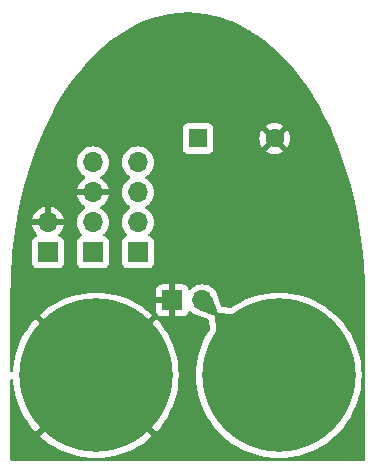
<source format=gbr>
%TF.GenerationSoftware,KiCad,Pcbnew,7.0.10*%
%TF.CreationDate,2025-02-23T01:37:13-06:00*%
%TF.ProjectId,Portal_Radio,506f7274-616c-45f5-9261-64696f2e6b69,rev?*%
%TF.SameCoordinates,Original*%
%TF.FileFunction,Copper,L1,Top*%
%TF.FilePolarity,Positive*%
%FSLAX46Y46*%
G04 Gerber Fmt 4.6, Leading zero omitted, Abs format (unit mm)*
G04 Created by KiCad (PCBNEW 7.0.10) date 2025-02-23 01:37:13*
%MOMM*%
%LPD*%
G01*
G04 APERTURE LIST*
%TA.AperFunction,ComponentPad*%
%ADD10R,1.700000X1.700000*%
%TD*%
%TA.AperFunction,ComponentPad*%
%ADD11O,1.700000X1.700000*%
%TD*%
%TA.AperFunction,SMDPad,CuDef*%
%ADD12C,13.000000*%
%TD*%
%TA.AperFunction,ComponentPad*%
%ADD13R,1.600000X1.600000*%
%TD*%
%TA.AperFunction,ComponentPad*%
%ADD14C,1.600000*%
%TD*%
%TA.AperFunction,ViaPad*%
%ADD15C,0.800000*%
%TD*%
%TA.AperFunction,Conductor*%
%ADD16C,0.250000*%
%TD*%
G04 APERTURE END LIST*
D10*
%TO.P,J3,1,Pin_1*%
%TO.N,+3V3*%
X125730000Y-90932000D03*
D11*
%TO.P,J3,2,Pin_2*%
%TO.N,GND*%
X125730000Y-88392000D03*
%TD*%
D10*
%TO.P,J1,1,Pin_1*%
%TO.N,+3V3*%
X129540000Y-90927000D03*
D11*
%TO.P,J1,2,Pin_2*%
%TO.N,SWIM*%
X129540000Y-88387000D03*
%TO.P,J1,3,Pin_3*%
%TO.N,GND*%
X129540000Y-85847000D03*
%TO.P,J1,4,Pin_4*%
%TO.N,RST*%
X129540000Y-83307000D03*
%TD*%
D10*
%TO.P,J4,1,Pin_1*%
%TO.N,GND*%
X136266000Y-94996000D03*
D11*
%TO.P,J4,2,Pin_2*%
%TO.N,+BATT*%
X138806000Y-94996000D03*
%TD*%
D12*
%TO.P,J5,1,Pin_1*%
%TO.N,GND*%
X129794000Y-101346000D03*
%TD*%
D10*
%TO.P,J2,1,Pin_1*%
%TO.N,Net-(J2-Pin_1)*%
X133350000Y-90927000D03*
D11*
%TO.P,J2,2,Pin_2*%
%TO.N,Net-(J2-Pin_2)*%
X133350000Y-88387000D03*
%TO.P,J2,3,Pin_3*%
%TO.N,Net-(J2-Pin_3)*%
X133350000Y-85847000D03*
%TO.P,J2,4,Pin_4*%
%TO.N,Net-(J2-Pin_4)*%
X133350000Y-83307000D03*
%TD*%
D12*
%TO.P,J6,1,Pin_1*%
%TO.N,+BATT*%
X145288000Y-101346000D03*
%TD*%
D13*
%TO.P,BZ1,1,+*%
%TO.N,Net-(BZ1-+)*%
X138430000Y-81280000D03*
D14*
%TO.P,BZ1,2,-*%
%TO.N,GND*%
X144930000Y-81280000D03*
%TD*%
D15*
%TO.N,GND*%
X133858000Y-107696000D03*
X131572000Y-87376000D03*
X151638000Y-97282000D03*
X148082000Y-88646000D03*
X147320000Y-83820000D03*
X139192000Y-78994000D03*
X150368000Y-84582000D03*
X145796000Y-92202000D03*
X133858000Y-81280000D03*
X151638000Y-107696000D03*
X140462000Y-92202000D03*
X124714000Y-84582000D03*
X133096000Y-72644000D03*
X145542000Y-75438000D03*
X131064000Y-84836000D03*
X129794000Y-81280000D03*
X131318000Y-91440000D03*
X140716000Y-94996000D03*
X137414000Y-90678000D03*
X134366000Y-93980000D03*
X141986000Y-86106000D03*
X130556000Y-93472000D03*
X148336000Y-79502000D03*
X147320000Y-86614000D03*
X137414000Y-71374000D03*
X128016000Y-87122000D03*
X132080000Y-78994000D03*
X135128000Y-78994000D03*
X141986000Y-72644000D03*
X134620000Y-87122000D03*
X123444000Y-91186000D03*
X129540000Y-75438000D03*
X142240000Y-89916000D03*
X126746000Y-79502000D03*
X127762000Y-89662000D03*
X140462000Y-84582000D03*
X128016000Y-84582000D03*
X142240000Y-84074000D03*
X140970000Y-89662000D03*
X137414000Y-92202000D03*
X138938000Y-97028000D03*
X141224000Y-107696000D03*
X123444000Y-97282000D03*
X140970000Y-82804000D03*
X127762000Y-91948000D03*
X151638000Y-91186000D03*
X123444000Y-107696000D03*
%TD*%
D16*
%TO.N,+BATT*%
X145288000Y-101346000D02*
X145156000Y-101346000D01*
X145156000Y-101346000D02*
X138806000Y-94996000D01*
%TD*%
%TA.AperFunction,Conductor*%
%TO.N,GND*%
G36*
X138321879Y-70646525D02*
G01*
X138331837Y-70647331D01*
X139083700Y-70738808D01*
X139093389Y-70740379D01*
X139834515Y-70891060D01*
X139843860Y-70893342D01*
X140573373Y-71101786D01*
X140582261Y-71104692D01*
X140894123Y-71219855D01*
X141299315Y-71369484D01*
X141307638Y-71372906D01*
X142011387Y-71692653D01*
X142019103Y-71696489D01*
X142708617Y-72069778D01*
X142715726Y-72073938D01*
X143390091Y-72499367D01*
X143396567Y-72503746D01*
X144044705Y-72972574D01*
X144054789Y-72979868D01*
X144060710Y-72984429D01*
X144160418Y-73066136D01*
X144701837Y-73509815D01*
X144707186Y-73514461D01*
X145330219Y-74087641D01*
X145335053Y-74092337D01*
X145641762Y-74406940D01*
X145938498Y-74711315D01*
X145939037Y-74711867D01*
X145943381Y-74716559D01*
X145947008Y-74720686D01*
X146527329Y-75380963D01*
X146531239Y-75385638D01*
X147094180Y-76093454D01*
X147097689Y-76098084D01*
X147637524Y-76846272D01*
X147638630Y-76847804D01*
X147641776Y-76852377D01*
X148159725Y-77642488D01*
X148162543Y-77646995D01*
X148166802Y-77654142D01*
X148652446Y-78469145D01*
X148656525Y-78475989D01*
X148659048Y-78480428D01*
X149128124Y-79346858D01*
X149130376Y-79351224D01*
X149133534Y-79357653D01*
X149573521Y-80253477D01*
X149575534Y-80257781D01*
X149991842Y-81194469D01*
X149993633Y-81198710D01*
X150382090Y-82168205D01*
X150383680Y-82172389D01*
X150743373Y-83173295D01*
X150744776Y-83177427D01*
X151074708Y-84208122D01*
X151075939Y-84212209D01*
X151375170Y-85271223D01*
X151376240Y-85275270D01*
X151643819Y-86361095D01*
X151644738Y-86365109D01*
X151879716Y-87476241D01*
X151880491Y-87480228D01*
X152081913Y-88615120D01*
X152082551Y-88619085D01*
X152249473Y-89776259D01*
X152249978Y-89780208D01*
X152381448Y-90958114D01*
X152381824Y-90962052D01*
X152466188Y-92024328D01*
X152476313Y-92151824D01*
X152476902Y-92159234D01*
X152477151Y-92163164D01*
X152534886Y-93377987D01*
X152535011Y-93381914D01*
X152554485Y-94614030D01*
X152554500Y-94615990D01*
X152554500Y-108490500D01*
X152534815Y-108557539D01*
X152482011Y-108603294D01*
X152430500Y-108614500D01*
X122679500Y-108614500D01*
X122612461Y-108594815D01*
X122566706Y-108542011D01*
X122555500Y-108490500D01*
X122555500Y-106472524D01*
X125021029Y-106472524D01*
X125029451Y-106480946D01*
X125426526Y-106822656D01*
X125847998Y-107133716D01*
X125848006Y-107133722D01*
X126291561Y-107412426D01*
X126754673Y-107657187D01*
X127234829Y-107866678D01*
X127729279Y-108039692D01*
X128235261Y-108175270D01*
X128235277Y-108175273D01*
X128749978Y-108272659D01*
X128749990Y-108272661D01*
X129270528Y-108331311D01*
X129793992Y-108350898D01*
X129794008Y-108350898D01*
X130317471Y-108331311D01*
X130838009Y-108272661D01*
X130838021Y-108272659D01*
X131352722Y-108175273D01*
X131352738Y-108175270D01*
X131858720Y-108039692D01*
X132353170Y-107866678D01*
X132833326Y-107657187D01*
X133296438Y-107412426D01*
X133739993Y-107133722D01*
X133740001Y-107133716D01*
X134161480Y-106822651D01*
X134558521Y-106480971D01*
X134558548Y-106480945D01*
X134566969Y-106472524D01*
X134566969Y-106472523D01*
X129794000Y-101699553D01*
X125021029Y-106472524D01*
X122555500Y-106472524D01*
X122555500Y-101733124D01*
X122575185Y-101666085D01*
X122627989Y-101620330D01*
X122697147Y-101610386D01*
X122760703Y-101639411D01*
X122798477Y-101698189D01*
X122803413Y-101728488D01*
X122808688Y-101869471D01*
X122867338Y-102390009D01*
X122867340Y-102390021D01*
X122964726Y-102904722D01*
X122964729Y-102904738D01*
X123100307Y-103410720D01*
X123273321Y-103905170D01*
X123482812Y-104385326D01*
X123727573Y-104848438D01*
X124006277Y-105291993D01*
X124006283Y-105292001D01*
X124317343Y-105713473D01*
X124659053Y-106110548D01*
X124667475Y-106118970D01*
X129440446Y-101346000D01*
X130147553Y-101346000D01*
X134920523Y-106118969D01*
X134920524Y-106118969D01*
X134928945Y-106110548D01*
X134928971Y-106110521D01*
X135270651Y-105713480D01*
X135581716Y-105292001D01*
X135581722Y-105291993D01*
X135860426Y-104848438D01*
X136105187Y-104385326D01*
X136314678Y-103905170D01*
X136487692Y-103410720D01*
X136623270Y-102904738D01*
X136623273Y-102904722D01*
X136720659Y-102390021D01*
X136720661Y-102390009D01*
X136779311Y-101869471D01*
X136798898Y-101346008D01*
X136798898Y-101345991D01*
X136779311Y-100822528D01*
X136720661Y-100301990D01*
X136720659Y-100301978D01*
X136623273Y-99787277D01*
X136623270Y-99787261D01*
X136487692Y-99281279D01*
X136314678Y-98786829D01*
X136105187Y-98306673D01*
X135860426Y-97843561D01*
X135581722Y-97400006D01*
X135581716Y-97399998D01*
X135270656Y-96978526D01*
X134928946Y-96581451D01*
X134920524Y-96573029D01*
X130147553Y-101346000D01*
X129440446Y-101346000D01*
X129440446Y-101345999D01*
X124667475Y-96573029D01*
X124659046Y-96581458D01*
X124317343Y-96978526D01*
X124006283Y-97399998D01*
X124006277Y-97400006D01*
X123727573Y-97843561D01*
X123482812Y-98306673D01*
X123273321Y-98786829D01*
X123100307Y-99281279D01*
X122964729Y-99787261D01*
X122964726Y-99787277D01*
X122867340Y-100301978D01*
X122867338Y-100301990D01*
X122808688Y-100822528D01*
X122803413Y-100963511D01*
X122781236Y-101029768D01*
X122726758Y-101073517D01*
X122657276Y-101080867D01*
X122594850Y-101049486D01*
X122559300Y-100989337D01*
X122555500Y-100958875D01*
X122555500Y-96219475D01*
X125021029Y-96219475D01*
X129793999Y-100992446D01*
X134566970Y-96219475D01*
X134558548Y-96211053D01*
X134189944Y-95893844D01*
X134916000Y-95893844D01*
X134922401Y-95953372D01*
X134922403Y-95953379D01*
X134972645Y-96088086D01*
X134972649Y-96088093D01*
X135058809Y-96203187D01*
X135058812Y-96203190D01*
X135173906Y-96289350D01*
X135173913Y-96289354D01*
X135308620Y-96339596D01*
X135308627Y-96339598D01*
X135368155Y-96345999D01*
X135368172Y-96346000D01*
X136016000Y-96346000D01*
X136016000Y-95431501D01*
X136123685Y-95480680D01*
X136230237Y-95496000D01*
X136301763Y-95496000D01*
X136408315Y-95480680D01*
X136516000Y-95431501D01*
X136516000Y-96346000D01*
X137163828Y-96346000D01*
X137163844Y-96345999D01*
X137223372Y-96339598D01*
X137223379Y-96339596D01*
X137358086Y-96289354D01*
X137358093Y-96289350D01*
X137473187Y-96203190D01*
X137473190Y-96203187D01*
X137559350Y-96088093D01*
X137559354Y-96088086D01*
X137608422Y-95956529D01*
X137650293Y-95900595D01*
X137715757Y-95876178D01*
X137784030Y-95891030D01*
X137812285Y-95912181D01*
X137934599Y-96034495D01*
X138011135Y-96088086D01*
X138128168Y-96170034D01*
X138128170Y-96170035D01*
X138312145Y-96255824D01*
X138317006Y-96258223D01*
X138324926Y-96262350D01*
X138324929Y-96262351D01*
X138326857Y-96263186D01*
X138335393Y-96266665D01*
X138342327Y-96269899D01*
X138342330Y-96269900D01*
X138342337Y-96269903D01*
X138355130Y-96273330D01*
X138364095Y-96276101D01*
X139303277Y-96605813D01*
X139360011Y-96646592D01*
X139385375Y-96708514D01*
X139465923Y-97402400D01*
X139454100Y-97471262D01*
X139447744Y-97482669D01*
X139221147Y-97843298D01*
X139221140Y-97843311D01*
X138976361Y-98306455D01*
X138766854Y-98786650D01*
X138593826Y-99281135D01*
X138458239Y-99787157D01*
X138360845Y-100301903D01*
X138360843Y-100301915D01*
X138302189Y-100822491D01*
X138282601Y-101345992D01*
X138282601Y-101346007D01*
X138302189Y-101869508D01*
X138360843Y-102390084D01*
X138360845Y-102390096D01*
X138458239Y-102904842D01*
X138593826Y-103410864D01*
X138766791Y-103905170D01*
X138766858Y-103905360D01*
X138976354Y-104385529D01*
X138976361Y-104385544D01*
X139221140Y-104848688D01*
X139221147Y-104848699D01*
X139499691Y-105292001D01*
X139499864Y-105292275D01*
X139499869Y-105292283D01*
X139810726Y-105713480D01*
X139810959Y-105713795D01*
X140152679Y-106110881D01*
X140523119Y-106481321D01*
X140920205Y-106823041D01*
X141341718Y-107134132D01*
X141785300Y-107412853D01*
X141785310Y-107412859D01*
X142248455Y-107657638D01*
X142248459Y-107657640D01*
X142248471Y-107657646D01*
X142728640Y-107867142D01*
X143223122Y-108040169D01*
X143223128Y-108040170D01*
X143223135Y-108040173D01*
X143528415Y-108121971D01*
X143729152Y-108175759D01*
X144243899Y-108273154D01*
X144243911Y-108273155D01*
X144243915Y-108273156D01*
X144378908Y-108288365D01*
X144764486Y-108331810D01*
X144982616Y-108339972D01*
X145287993Y-108351399D01*
X145288000Y-108351399D01*
X145288007Y-108351399D01*
X145569892Y-108340851D01*
X145811514Y-108331810D01*
X146274207Y-108279677D01*
X146332084Y-108273156D01*
X146332085Y-108273155D01*
X146332101Y-108273154D01*
X146846848Y-108175759D01*
X147205904Y-108079550D01*
X147352864Y-108040173D01*
X147352867Y-108040171D01*
X147352878Y-108040169D01*
X147847360Y-107867142D01*
X148327529Y-107657646D01*
X148790699Y-107412853D01*
X149234282Y-107134132D01*
X149655795Y-106823041D01*
X150052881Y-106481321D01*
X150423321Y-106110881D01*
X150765041Y-105713795D01*
X151076132Y-105292282D01*
X151354853Y-104848700D01*
X151354860Y-104848688D01*
X151599638Y-104385544D01*
X151599637Y-104385544D01*
X151599646Y-104385529D01*
X151809142Y-103905360D01*
X151982169Y-103410878D01*
X151982212Y-103410720D01*
X152021550Y-103263904D01*
X152117759Y-102904848D01*
X152215154Y-102390101D01*
X152273810Y-101869514D01*
X152293399Y-101346000D01*
X152273810Y-100822486D01*
X152215154Y-100301899D01*
X152117759Y-99787152D01*
X152063971Y-99586415D01*
X151982173Y-99281135D01*
X151982170Y-99281128D01*
X151982169Y-99281122D01*
X151809142Y-98786640D01*
X151599646Y-98306471D01*
X151599638Y-98306455D01*
X151354859Y-97843311D01*
X151128253Y-97482669D01*
X151076132Y-97399718D01*
X150765041Y-96978205D01*
X150423321Y-96581119D01*
X150052881Y-96210679D01*
X149655795Y-95868959D01*
X149234282Y-95557868D01*
X148790700Y-95279147D01*
X148790689Y-95279140D01*
X148327544Y-95034361D01*
X148327533Y-95034356D01*
X148327529Y-95034354D01*
X147847360Y-94824858D01*
X147736756Y-94786156D01*
X147352864Y-94651826D01*
X146846842Y-94516239D01*
X146332096Y-94418845D01*
X146332084Y-94418843D01*
X145811508Y-94360189D01*
X145288007Y-94340601D01*
X145287993Y-94340601D01*
X144764491Y-94360189D01*
X144243915Y-94418843D01*
X144243903Y-94418845D01*
X143729157Y-94516239D01*
X143223135Y-94651826D01*
X142728650Y-94824854D01*
X142728644Y-94824856D01*
X142728640Y-94824858D01*
X142336379Y-94996000D01*
X142248455Y-95034361D01*
X141785310Y-95279140D01*
X141341725Y-95557863D01*
X141341707Y-95557875D01*
X141282642Y-95601467D01*
X141217013Y-95625437D01*
X141197838Y-95625192D01*
X140517406Y-95563636D01*
X140452413Y-95537991D01*
X140411601Y-95481279D01*
X140086101Y-94554095D01*
X140083328Y-94545121D01*
X140079903Y-94532337D01*
X140076659Y-94525380D01*
X140072597Y-94515600D01*
X140067721Y-94502282D01*
X140067479Y-94501648D01*
X140039095Y-94440005D01*
X140035768Y-94434410D01*
X140035996Y-94434273D01*
X140027720Y-94420431D01*
X140027210Y-94419338D01*
X139980035Y-94318171D01*
X139844495Y-94124599D01*
X139844494Y-94124597D01*
X139677402Y-93957506D01*
X139677395Y-93957501D01*
X139483834Y-93821967D01*
X139483830Y-93821965D01*
X139412727Y-93788809D01*
X139269663Y-93722097D01*
X139269659Y-93722096D01*
X139269655Y-93722094D01*
X139041413Y-93660938D01*
X139041403Y-93660936D01*
X138806001Y-93640341D01*
X138805999Y-93640341D01*
X138570596Y-93660936D01*
X138570586Y-93660938D01*
X138342344Y-93722094D01*
X138342335Y-93722098D01*
X138128171Y-93821964D01*
X138128169Y-93821965D01*
X137934600Y-93957503D01*
X137812284Y-94079819D01*
X137750961Y-94113303D01*
X137681269Y-94108319D01*
X137625336Y-94066447D01*
X137608421Y-94035470D01*
X137559354Y-93903913D01*
X137559350Y-93903906D01*
X137473190Y-93788812D01*
X137473187Y-93788809D01*
X137358093Y-93702649D01*
X137358086Y-93702645D01*
X137223379Y-93652403D01*
X137223372Y-93652401D01*
X137163844Y-93646000D01*
X136516000Y-93646000D01*
X136516000Y-94560498D01*
X136408315Y-94511320D01*
X136301763Y-94496000D01*
X136230237Y-94496000D01*
X136123685Y-94511320D01*
X136016000Y-94560498D01*
X136016000Y-93646000D01*
X135368155Y-93646000D01*
X135308627Y-93652401D01*
X135308620Y-93652403D01*
X135173913Y-93702645D01*
X135173906Y-93702649D01*
X135058812Y-93788809D01*
X135058809Y-93788812D01*
X134972649Y-93903906D01*
X134972645Y-93903913D01*
X134922403Y-94038620D01*
X134922401Y-94038627D01*
X134916000Y-94098155D01*
X134916000Y-94746000D01*
X135832314Y-94746000D01*
X135806507Y-94786156D01*
X135766000Y-94924111D01*
X135766000Y-95067889D01*
X135806507Y-95205844D01*
X135832314Y-95246000D01*
X134916000Y-95246000D01*
X134916000Y-95893844D01*
X134189944Y-95893844D01*
X134161473Y-95869343D01*
X133740001Y-95558283D01*
X133739993Y-95558277D01*
X133296438Y-95279573D01*
X132833326Y-95034812D01*
X132353170Y-94825321D01*
X131858720Y-94652307D01*
X131352738Y-94516729D01*
X131352722Y-94516726D01*
X130838021Y-94419340D01*
X130838009Y-94419338D01*
X130317471Y-94360688D01*
X129794008Y-94341102D01*
X129793992Y-94341102D01*
X129270528Y-94360688D01*
X128749990Y-94419338D01*
X128749978Y-94419340D01*
X128235277Y-94516726D01*
X128235261Y-94516729D01*
X127729279Y-94652307D01*
X127234829Y-94825321D01*
X126754673Y-95034812D01*
X126291561Y-95279573D01*
X125848006Y-95558277D01*
X125847998Y-95558283D01*
X125426526Y-95869343D01*
X125029458Y-96211046D01*
X125021029Y-96219475D01*
X122555500Y-96219475D01*
X122555500Y-94615989D01*
X122555515Y-94614030D01*
X122574985Y-93381927D01*
X122575110Y-93377999D01*
X122575352Y-93372916D01*
X122632849Y-92163105D01*
X122633091Y-92159293D01*
X122659253Y-91829870D01*
X124379500Y-91829870D01*
X124379501Y-91829876D01*
X124385908Y-91889483D01*
X124436202Y-92024328D01*
X124436206Y-92024335D01*
X124522452Y-92139544D01*
X124522455Y-92139547D01*
X124637664Y-92225793D01*
X124637671Y-92225797D01*
X124772517Y-92276091D01*
X124772516Y-92276091D01*
X124779444Y-92276835D01*
X124832127Y-92282500D01*
X126627872Y-92282499D01*
X126687483Y-92276091D01*
X126822331Y-92225796D01*
X126937546Y-92139546D01*
X127023796Y-92024331D01*
X127074091Y-91889483D01*
X127080500Y-91829873D01*
X127080499Y-90034128D01*
X127074091Y-89974517D01*
X127023796Y-89839669D01*
X127023795Y-89839668D01*
X127023793Y-89839664D01*
X126937547Y-89724455D01*
X126937544Y-89724452D01*
X126822335Y-89638206D01*
X126822328Y-89638202D01*
X126690401Y-89588997D01*
X126634467Y-89547126D01*
X126610050Y-89481662D01*
X126624902Y-89413389D01*
X126646053Y-89385133D01*
X126768108Y-89263078D01*
X126903600Y-89069578D01*
X127003429Y-88855492D01*
X127003432Y-88855486D01*
X127060636Y-88642000D01*
X126163686Y-88642000D01*
X126189493Y-88601844D01*
X126230000Y-88463889D01*
X126230000Y-88387000D01*
X128184341Y-88387000D01*
X128204936Y-88622403D01*
X128204938Y-88622413D01*
X128266094Y-88850655D01*
X128266096Y-88850659D01*
X128266097Y-88850663D01*
X128268349Y-88855492D01*
X128365965Y-89064830D01*
X128365967Y-89064834D01*
X128474281Y-89219521D01*
X128501501Y-89258396D01*
X128501506Y-89258402D01*
X128623430Y-89380326D01*
X128656915Y-89441649D01*
X128651931Y-89511341D01*
X128610059Y-89567274D01*
X128579083Y-89584189D01*
X128447669Y-89633203D01*
X128447664Y-89633206D01*
X128332455Y-89719452D01*
X128332452Y-89719455D01*
X128246206Y-89834664D01*
X128246202Y-89834671D01*
X128195908Y-89969517D01*
X128189501Y-90029116D01*
X128189501Y-90029123D01*
X128189500Y-90029135D01*
X128189500Y-91824870D01*
X128189501Y-91824876D01*
X128195908Y-91884483D01*
X128246202Y-92019328D01*
X128246206Y-92019335D01*
X128332452Y-92134544D01*
X128332455Y-92134547D01*
X128447664Y-92220793D01*
X128447671Y-92220797D01*
X128582517Y-92271091D01*
X128582516Y-92271091D01*
X128589444Y-92271835D01*
X128642127Y-92277500D01*
X130437872Y-92277499D01*
X130497483Y-92271091D01*
X130632331Y-92220796D01*
X130747546Y-92134546D01*
X130833796Y-92019331D01*
X130884091Y-91884483D01*
X130890500Y-91824873D01*
X130890499Y-90029128D01*
X130885299Y-89980757D01*
X130884091Y-89969516D01*
X130833797Y-89834671D01*
X130833793Y-89834664D01*
X130747547Y-89719455D01*
X130747544Y-89719452D01*
X130632335Y-89633206D01*
X130632328Y-89633202D01*
X130500917Y-89584189D01*
X130444983Y-89542318D01*
X130420566Y-89476853D01*
X130435418Y-89408580D01*
X130456563Y-89380332D01*
X130578495Y-89258401D01*
X130714035Y-89064830D01*
X130813903Y-88850663D01*
X130875063Y-88622408D01*
X130895659Y-88387000D01*
X131994341Y-88387000D01*
X132014936Y-88622403D01*
X132014938Y-88622413D01*
X132076094Y-88850655D01*
X132076096Y-88850659D01*
X132076097Y-88850663D01*
X132078349Y-88855492D01*
X132175965Y-89064830D01*
X132175967Y-89064834D01*
X132284281Y-89219521D01*
X132311501Y-89258396D01*
X132311506Y-89258402D01*
X132433430Y-89380326D01*
X132466915Y-89441649D01*
X132461931Y-89511341D01*
X132420059Y-89567274D01*
X132389083Y-89584189D01*
X132257669Y-89633203D01*
X132257664Y-89633206D01*
X132142455Y-89719452D01*
X132142452Y-89719455D01*
X132056206Y-89834664D01*
X132056202Y-89834671D01*
X132005908Y-89969517D01*
X131999501Y-90029116D01*
X131999501Y-90029123D01*
X131999500Y-90029135D01*
X131999500Y-91824870D01*
X131999501Y-91824876D01*
X132005908Y-91884483D01*
X132056202Y-92019328D01*
X132056206Y-92019335D01*
X132142452Y-92134544D01*
X132142455Y-92134547D01*
X132257664Y-92220793D01*
X132257671Y-92220797D01*
X132392517Y-92271091D01*
X132392516Y-92271091D01*
X132399444Y-92271835D01*
X132452127Y-92277500D01*
X134247872Y-92277499D01*
X134307483Y-92271091D01*
X134442331Y-92220796D01*
X134557546Y-92134546D01*
X134643796Y-92019331D01*
X134694091Y-91884483D01*
X134700500Y-91824873D01*
X134700499Y-90029128D01*
X134695299Y-89980757D01*
X134694091Y-89969516D01*
X134643797Y-89834671D01*
X134643793Y-89834664D01*
X134557547Y-89719455D01*
X134557544Y-89719452D01*
X134442335Y-89633206D01*
X134442328Y-89633202D01*
X134310917Y-89584189D01*
X134254983Y-89542318D01*
X134230566Y-89476853D01*
X134245418Y-89408580D01*
X134266563Y-89380332D01*
X134388495Y-89258401D01*
X134524035Y-89064830D01*
X134623903Y-88850663D01*
X134685063Y-88622408D01*
X134705659Y-88387000D01*
X134685063Y-88151592D01*
X134623903Y-87923337D01*
X134524035Y-87709171D01*
X134388495Y-87515599D01*
X134388494Y-87515597D01*
X134221402Y-87348506D01*
X134221396Y-87348501D01*
X134035842Y-87218575D01*
X133992217Y-87163998D01*
X133985023Y-87094500D01*
X134016546Y-87032145D01*
X134035842Y-87015425D01*
X134058026Y-86999891D01*
X134221401Y-86885495D01*
X134388495Y-86718401D01*
X134524035Y-86524830D01*
X134623903Y-86310663D01*
X134685063Y-86082408D01*
X134705659Y-85847000D01*
X134685063Y-85611592D01*
X134623903Y-85383337D01*
X134524035Y-85169171D01*
X134388495Y-84975599D01*
X134388494Y-84975597D01*
X134221402Y-84808506D01*
X134221396Y-84808501D01*
X134035842Y-84678575D01*
X133992217Y-84623998D01*
X133985023Y-84554500D01*
X134016546Y-84492145D01*
X134035842Y-84475425D01*
X134058026Y-84459891D01*
X134221401Y-84345495D01*
X134388495Y-84178401D01*
X134524035Y-83984830D01*
X134623903Y-83770663D01*
X134685063Y-83542408D01*
X134705659Y-83307000D01*
X134685063Y-83071592D01*
X134623903Y-82843337D01*
X134524035Y-82629171D01*
X134493083Y-82584966D01*
X134388494Y-82435597D01*
X134221402Y-82268506D01*
X134221395Y-82268501D01*
X134027834Y-82132967D01*
X134027830Y-82132965D01*
X134016904Y-82127870D01*
X137129500Y-82127870D01*
X137129501Y-82127876D01*
X137135908Y-82187483D01*
X137186202Y-82322328D01*
X137186206Y-82322335D01*
X137272452Y-82437544D01*
X137272455Y-82437547D01*
X137387664Y-82523793D01*
X137387671Y-82523797D01*
X137522517Y-82574091D01*
X137522516Y-82574091D01*
X137529444Y-82574835D01*
X137582127Y-82580500D01*
X139277872Y-82580499D01*
X139337483Y-82574091D01*
X139472331Y-82523796D01*
X139587546Y-82437546D01*
X139673796Y-82322331D01*
X139724091Y-82187483D01*
X139730500Y-82127873D01*
X139730500Y-81280002D01*
X143625034Y-81280002D01*
X143644858Y-81506599D01*
X143644860Y-81506610D01*
X143703730Y-81726317D01*
X143703735Y-81726331D01*
X143799863Y-81932478D01*
X143850974Y-82005472D01*
X144446923Y-81409523D01*
X144470507Y-81489844D01*
X144548239Y-81610798D01*
X144656900Y-81704952D01*
X144787685Y-81764680D01*
X144797466Y-81766086D01*
X144204526Y-82359025D01*
X144277513Y-82410132D01*
X144277521Y-82410136D01*
X144483668Y-82506264D01*
X144483682Y-82506269D01*
X144703389Y-82565139D01*
X144703400Y-82565141D01*
X144929998Y-82584966D01*
X144930002Y-82584966D01*
X145156599Y-82565141D01*
X145156610Y-82565139D01*
X145376317Y-82506269D01*
X145376331Y-82506264D01*
X145582478Y-82410136D01*
X145655471Y-82359024D01*
X145062533Y-81766086D01*
X145072315Y-81764680D01*
X145203100Y-81704952D01*
X145311761Y-81610798D01*
X145389493Y-81489844D01*
X145413076Y-81409523D01*
X146009024Y-82005471D01*
X146060136Y-81932478D01*
X146156264Y-81726331D01*
X146156269Y-81726317D01*
X146215139Y-81506610D01*
X146215141Y-81506599D01*
X146234966Y-81280002D01*
X146234966Y-81279997D01*
X146215141Y-81053400D01*
X146215139Y-81053389D01*
X146156269Y-80833682D01*
X146156264Y-80833668D01*
X146060136Y-80627521D01*
X146060132Y-80627513D01*
X146009025Y-80554526D01*
X145413076Y-81150475D01*
X145389493Y-81070156D01*
X145311761Y-80949202D01*
X145203100Y-80855048D01*
X145072315Y-80795320D01*
X145062533Y-80793913D01*
X145655472Y-80200974D01*
X145582478Y-80149863D01*
X145376331Y-80053735D01*
X145376317Y-80053730D01*
X145156610Y-79994860D01*
X145156599Y-79994858D01*
X144930002Y-79975034D01*
X144929998Y-79975034D01*
X144703400Y-79994858D01*
X144703389Y-79994860D01*
X144483682Y-80053730D01*
X144483673Y-80053734D01*
X144277516Y-80149866D01*
X144277512Y-80149868D01*
X144204526Y-80200973D01*
X144204526Y-80200974D01*
X144797466Y-80793913D01*
X144787685Y-80795320D01*
X144656900Y-80855048D01*
X144548239Y-80949202D01*
X144470507Y-81070156D01*
X144446923Y-81150475D01*
X143850974Y-80554526D01*
X143850973Y-80554526D01*
X143799868Y-80627512D01*
X143799866Y-80627516D01*
X143703734Y-80833673D01*
X143703730Y-80833682D01*
X143644860Y-81053389D01*
X143644858Y-81053400D01*
X143625034Y-81279997D01*
X143625034Y-81280002D01*
X139730500Y-81280002D01*
X139730499Y-80432128D01*
X139724091Y-80372517D01*
X139681297Y-80257781D01*
X139673797Y-80237671D01*
X139673793Y-80237664D01*
X139587547Y-80122455D01*
X139587544Y-80122452D01*
X139472335Y-80036206D01*
X139472328Y-80036202D01*
X139337482Y-79985908D01*
X139337483Y-79985908D01*
X139277883Y-79979501D01*
X139277881Y-79979500D01*
X139277873Y-79979500D01*
X139277864Y-79979500D01*
X137582129Y-79979500D01*
X137582123Y-79979501D01*
X137522516Y-79985908D01*
X137387671Y-80036202D01*
X137387664Y-80036206D01*
X137272455Y-80122452D01*
X137272452Y-80122455D01*
X137186206Y-80237664D01*
X137186202Y-80237671D01*
X137135908Y-80372517D01*
X137129501Y-80432116D01*
X137129501Y-80432123D01*
X137129500Y-80432135D01*
X137129500Y-82127870D01*
X134016904Y-82127870D01*
X134016891Y-82127864D01*
X133813663Y-82033097D01*
X133813659Y-82033096D01*
X133813655Y-82033094D01*
X133585413Y-81971938D01*
X133585403Y-81971936D01*
X133350001Y-81951341D01*
X133349999Y-81951341D01*
X133114596Y-81971936D01*
X133114586Y-81971938D01*
X132886344Y-82033094D01*
X132886335Y-82033098D01*
X132672171Y-82132964D01*
X132672169Y-82132965D01*
X132478597Y-82268505D01*
X132311505Y-82435597D01*
X132175965Y-82629169D01*
X132175964Y-82629171D01*
X132076098Y-82843335D01*
X132076094Y-82843344D01*
X132014938Y-83071586D01*
X132014936Y-83071596D01*
X131994341Y-83306999D01*
X131994341Y-83307000D01*
X132014936Y-83542403D01*
X132014938Y-83542413D01*
X132076094Y-83770655D01*
X132076096Y-83770659D01*
X132076097Y-83770663D01*
X132175965Y-83984830D01*
X132175967Y-83984834D01*
X132311501Y-84178395D01*
X132311506Y-84178402D01*
X132478597Y-84345493D01*
X132478603Y-84345498D01*
X132664158Y-84475425D01*
X132707783Y-84530002D01*
X132714977Y-84599500D01*
X132683454Y-84661855D01*
X132664158Y-84678575D01*
X132478597Y-84808505D01*
X132311505Y-84975597D01*
X132175965Y-85169169D01*
X132175964Y-85169171D01*
X132076098Y-85383335D01*
X132076094Y-85383344D01*
X132014938Y-85611586D01*
X132014936Y-85611596D01*
X131994341Y-85846999D01*
X131994341Y-85847000D01*
X132014936Y-86082403D01*
X132014938Y-86082413D01*
X132076094Y-86310655D01*
X132076096Y-86310659D01*
X132076097Y-86310663D01*
X132175847Y-86524578D01*
X132175965Y-86524830D01*
X132175967Y-86524834D01*
X132311501Y-86718395D01*
X132311506Y-86718402D01*
X132478597Y-86885493D01*
X132478603Y-86885498D01*
X132664158Y-87015425D01*
X132707783Y-87070002D01*
X132714977Y-87139500D01*
X132683454Y-87201855D01*
X132664158Y-87218575D01*
X132478597Y-87348505D01*
X132311505Y-87515597D01*
X132175965Y-87709169D01*
X132175964Y-87709171D01*
X132076098Y-87923335D01*
X132076094Y-87923344D01*
X132014938Y-88151586D01*
X132014936Y-88151596D01*
X131994341Y-88386999D01*
X131994341Y-88387000D01*
X130895659Y-88387000D01*
X130875063Y-88151592D01*
X130813903Y-87923337D01*
X130714035Y-87709171D01*
X130578495Y-87515599D01*
X130578494Y-87515597D01*
X130411402Y-87348506D01*
X130411401Y-87348505D01*
X130225405Y-87218269D01*
X130181781Y-87163692D01*
X130174588Y-87094193D01*
X130206110Y-87031839D01*
X130225405Y-87015119D01*
X130411082Y-86885105D01*
X130578105Y-86718082D01*
X130713600Y-86524578D01*
X130813429Y-86310492D01*
X130813432Y-86310486D01*
X130870636Y-86097000D01*
X129973686Y-86097000D01*
X129999493Y-86056844D01*
X130040000Y-85918889D01*
X130040000Y-85775111D01*
X129999493Y-85637156D01*
X129973686Y-85597000D01*
X130870636Y-85597000D01*
X130870635Y-85596999D01*
X130813432Y-85383513D01*
X130813429Y-85383507D01*
X130713600Y-85169422D01*
X130713599Y-85169420D01*
X130578113Y-84975926D01*
X130578108Y-84975920D01*
X130411078Y-84808890D01*
X130225405Y-84678879D01*
X130181780Y-84624302D01*
X130174588Y-84554804D01*
X130206110Y-84492449D01*
X130225406Y-84475730D01*
X130225842Y-84475425D01*
X130411401Y-84345495D01*
X130578495Y-84178401D01*
X130714035Y-83984830D01*
X130813903Y-83770663D01*
X130875063Y-83542408D01*
X130895659Y-83307000D01*
X130875063Y-83071592D01*
X130813903Y-82843337D01*
X130714035Y-82629171D01*
X130683083Y-82584966D01*
X130578494Y-82435597D01*
X130411402Y-82268506D01*
X130411395Y-82268501D01*
X130217834Y-82132967D01*
X130217830Y-82132965D01*
X130206891Y-82127864D01*
X130003663Y-82033097D01*
X130003659Y-82033096D01*
X130003655Y-82033094D01*
X129775413Y-81971938D01*
X129775403Y-81971936D01*
X129540001Y-81951341D01*
X129539999Y-81951341D01*
X129304596Y-81971936D01*
X129304586Y-81971938D01*
X129076344Y-82033094D01*
X129076335Y-82033098D01*
X128862171Y-82132964D01*
X128862169Y-82132965D01*
X128668597Y-82268505D01*
X128501505Y-82435597D01*
X128365965Y-82629169D01*
X128365964Y-82629171D01*
X128266098Y-82843335D01*
X128266094Y-82843344D01*
X128204938Y-83071586D01*
X128204936Y-83071596D01*
X128184341Y-83306999D01*
X128184341Y-83307000D01*
X128204936Y-83542403D01*
X128204938Y-83542413D01*
X128266094Y-83770655D01*
X128266096Y-83770659D01*
X128266097Y-83770663D01*
X128365965Y-83984830D01*
X128365967Y-83984834D01*
X128501501Y-84178395D01*
X128501506Y-84178402D01*
X128668597Y-84345493D01*
X128668603Y-84345498D01*
X128854594Y-84475730D01*
X128898219Y-84530307D01*
X128905413Y-84599805D01*
X128873890Y-84662160D01*
X128854595Y-84678880D01*
X128668922Y-84808890D01*
X128668920Y-84808891D01*
X128501891Y-84975920D01*
X128501886Y-84975926D01*
X128366400Y-85169420D01*
X128366399Y-85169422D01*
X128266570Y-85383507D01*
X128266567Y-85383513D01*
X128209364Y-85596999D01*
X128209364Y-85597000D01*
X129106314Y-85597000D01*
X129080507Y-85637156D01*
X129040000Y-85775111D01*
X129040000Y-85918889D01*
X129080507Y-86056844D01*
X129106314Y-86097000D01*
X128209364Y-86097000D01*
X128266567Y-86310486D01*
X128266570Y-86310492D01*
X128366399Y-86524578D01*
X128501894Y-86718082D01*
X128668917Y-86885105D01*
X128854595Y-87015119D01*
X128898219Y-87069696D01*
X128905412Y-87139195D01*
X128873890Y-87201549D01*
X128854595Y-87218269D01*
X128668594Y-87348508D01*
X128501505Y-87515597D01*
X128365965Y-87709169D01*
X128365964Y-87709171D01*
X128266098Y-87923335D01*
X128266094Y-87923344D01*
X128204938Y-88151586D01*
X128204936Y-88151596D01*
X128184341Y-88386999D01*
X128184341Y-88387000D01*
X126230000Y-88387000D01*
X126230000Y-88320111D01*
X126189493Y-88182156D01*
X126163686Y-88142000D01*
X127060636Y-88142000D01*
X127060635Y-88141999D01*
X127003432Y-87928513D01*
X127003429Y-87928507D01*
X126903600Y-87714422D01*
X126903599Y-87714420D01*
X126768113Y-87520926D01*
X126768108Y-87520920D01*
X126601082Y-87353894D01*
X126407578Y-87218399D01*
X126193492Y-87118570D01*
X126193486Y-87118567D01*
X125980000Y-87061364D01*
X125980000Y-87956498D01*
X125872315Y-87907320D01*
X125765763Y-87892000D01*
X125694237Y-87892000D01*
X125587685Y-87907320D01*
X125480000Y-87956498D01*
X125480000Y-87061364D01*
X125479999Y-87061364D01*
X125266513Y-87118567D01*
X125266507Y-87118570D01*
X125052422Y-87218399D01*
X125052420Y-87218400D01*
X124858926Y-87353886D01*
X124858920Y-87353891D01*
X124691891Y-87520920D01*
X124691886Y-87520926D01*
X124556400Y-87714420D01*
X124556399Y-87714422D01*
X124456570Y-87928507D01*
X124456567Y-87928513D01*
X124399364Y-88141999D01*
X124399364Y-88142000D01*
X125296314Y-88142000D01*
X125270507Y-88182156D01*
X125230000Y-88320111D01*
X125230000Y-88463889D01*
X125270507Y-88601844D01*
X125296314Y-88642000D01*
X124399364Y-88642000D01*
X124456567Y-88855486D01*
X124456570Y-88855492D01*
X124556399Y-89069578D01*
X124691894Y-89263082D01*
X124813946Y-89385134D01*
X124847431Y-89446457D01*
X124842447Y-89516149D01*
X124800575Y-89572082D01*
X124769598Y-89588997D01*
X124637671Y-89638202D01*
X124637664Y-89638206D01*
X124522455Y-89724452D01*
X124522452Y-89724455D01*
X124436206Y-89839664D01*
X124436202Y-89839671D01*
X124385908Y-89974517D01*
X124379501Y-90034116D01*
X124379501Y-90034123D01*
X124379500Y-90034135D01*
X124379500Y-91829870D01*
X122659253Y-91829870D01*
X122728175Y-90962032D01*
X122728550Y-90958114D01*
X122728559Y-90958034D01*
X122860027Y-89780144D01*
X122860515Y-89776321D01*
X123027454Y-88619030D01*
X123028076Y-88615165D01*
X123229509Y-87480208D01*
X123230281Y-87476241D01*
X123230514Y-87475141D01*
X123465266Y-86365076D01*
X123466170Y-86361128D01*
X123733768Y-85275227D01*
X123734815Y-85271266D01*
X124034070Y-84212167D01*
X124035276Y-84208165D01*
X124365225Y-83177413D01*
X124366624Y-83173295D01*
X124369620Y-83164960D01*
X124726320Y-82172379D01*
X124727907Y-82168205D01*
X124729285Y-82164767D01*
X125116375Y-81198685D01*
X125118145Y-81194494D01*
X125534483Y-80257738D01*
X125536455Y-80253521D01*
X125979641Y-79351184D01*
X125981849Y-79346903D01*
X126450976Y-78480380D01*
X126453444Y-78476037D01*
X126947467Y-77646973D01*
X126950258Y-77642509D01*
X127468236Y-76852354D01*
X127471331Y-76847856D01*
X128012326Y-76098060D01*
X128015799Y-76093478D01*
X128578769Y-75385625D01*
X128582641Y-75380995D01*
X129166635Y-74716538D01*
X129170933Y-74711896D01*
X129774954Y-74092326D01*
X129779767Y-74087650D01*
X130402847Y-73514429D01*
X130408152Y-73509820D01*
X131049309Y-72984410D01*
X131055207Y-72979868D01*
X131713444Y-72503736D01*
X131719891Y-72499377D01*
X132394277Y-72073934D01*
X132401357Y-72069791D01*
X133090901Y-71696485D01*
X133098593Y-71692661D01*
X133802382Y-71372895D01*
X133810666Y-71369489D01*
X134527763Y-71104681D01*
X134536620Y-71101786D01*
X135266132Y-70893342D01*
X135275460Y-70891064D01*
X136016612Y-70740379D01*
X136026293Y-70738808D01*
X136778161Y-70647331D01*
X136788115Y-70646525D01*
X137550006Y-70615702D01*
X137559992Y-70615702D01*
X138321879Y-70646525D01*
G37*
%TD.AperFunction*%
%TD*%
%TA.AperFunction,Conductor*%
%TO.N,+BATT*%
G36*
X139588838Y-94675441D02*
G01*
X139595163Y-94681780D01*
X139595388Y-94682370D01*
X140094031Y-96102748D01*
X140093539Y-96111690D01*
X140091265Y-96114897D01*
X139924897Y-96281265D01*
X139916624Y-96284692D01*
X139912748Y-96284031D01*
X138492370Y-95785388D01*
X138485699Y-95779415D01*
X138485207Y-95770473D01*
X138485423Y-95769905D01*
X138803438Y-94999783D01*
X138809759Y-94993448D01*
X139579884Y-94675432D01*
X139588838Y-94675441D01*
G37*
%TD.AperFunction*%
%TD*%
%TA.AperFunction,Conductor*%
%TO.N,+BATT*%
G36*
X140017727Y-96025997D02*
G01*
X141388362Y-96149993D01*
X141396292Y-96154150D01*
X141396657Y-96154611D01*
X145243669Y-101286625D01*
X145245889Y-101295301D01*
X145241325Y-101303005D01*
X145232649Y-101305225D01*
X145227524Y-101303176D01*
X139999753Y-97583692D01*
X139994999Y-97576104D01*
X139994914Y-97575508D01*
X139836157Y-96207902D01*
X139838607Y-96199289D01*
X139839497Y-96198289D01*
X140008410Y-96029376D01*
X140016682Y-96025950D01*
X140017727Y-96025997D01*
G37*
%TD.AperFunction*%
%TD*%
M02*

</source>
